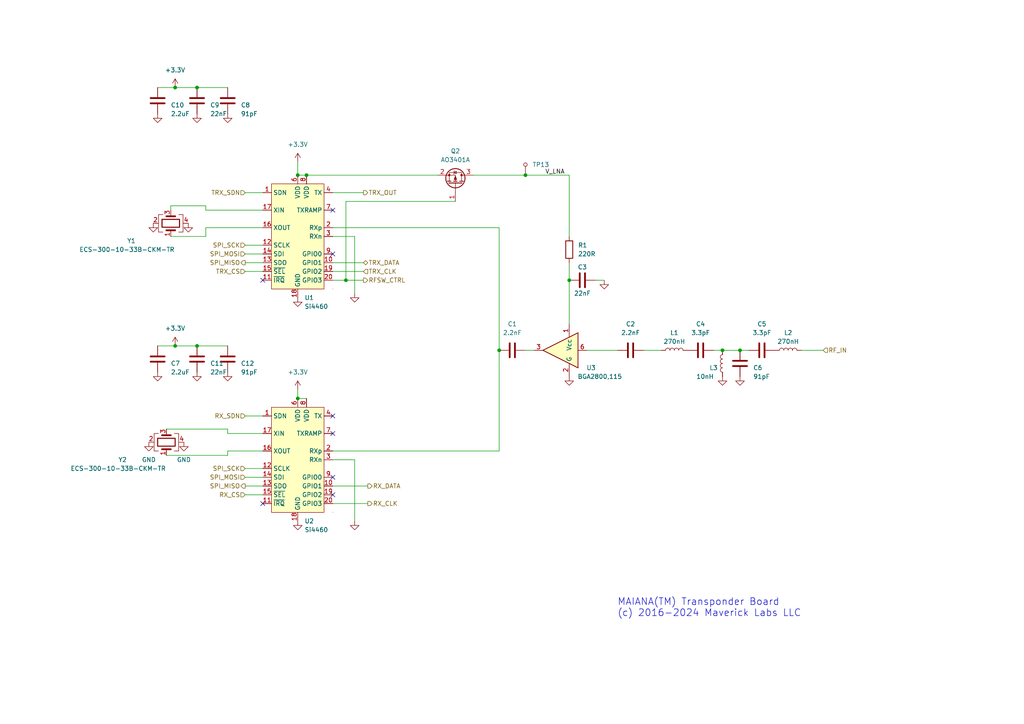
<source format=kicad_sch>
(kicad_sch (version 20230121) (generator eeschema)
  (paper "A4")
  (title_block (title "Receiver Chain") (date "2024-01-25") (rev "11.9.0"))
  (lib_symbols
    (symbol "Device:C" (pin_numbers hide) (pin_names (offset 0.254))
      (property "Reference" "C" (at 0.635 2.54 0))
      (property "Value" "C" (at 0.635 -2.54 0))
      (symbol "C_0_1"
        (polyline (pts (xy -2.032 -0.762) (xy 2.032 -0.762)) (stroke (width 0.508)))
        (polyline (pts (xy -2.032 0.762) (xy 2.032 0.762)) (stroke (width 0.508)))
      )
      (symbol "C_1_1"
        (pin passive line (at 0 3.81 270) (length 2.794) (name "~") (number "1"))
        (pin passive line (at 0 -3.81 90) (length 2.794) (name "~") (number "2"))
      )
    )
    (symbol "Device:Crystal_GND24" (pin_names (offset 1.016) hide)
      (property "Reference" "Y" (at 3.175 5.08 0))
      (property "Value" "Crystal_GND24" (at 3.175 3.175 0))
      (symbol "Crystal_GND24_0_1"
        (rectangle (start -1.143 2.54) (end 1.143 -2.54) (stroke (width 0.3048)))
        (polyline (pts (xy -2.54 0) (xy -2.032 0)))
        (polyline (pts (xy -2.032 -1.27) (xy -2.032 1.27)) (stroke (width 0.508)))
        (polyline (pts (xy 0 -3.81) (xy 0 -3.556)))
        (polyline (pts (xy 0 3.556) (xy 0 3.81)))
        (polyline (pts (xy 2.032 -1.27) (xy 2.032 1.27)) (stroke (width 0.508)))
        (polyline (pts (xy 2.032 0) (xy 2.54 0)))
        (polyline (pts (xy -2.54 -2.286) (xy -2.54 -3.556) (xy 2.54 -3.556) (xy 2.54 -2.286)))
        (polyline (pts (xy -2.54 2.286) (xy -2.54 3.556) (xy 2.54 3.556) (xy 2.54 2.286)))
      )
      (symbol "Crystal_GND24_1_1"
        (pin passive line (at -3.81 0 0) (length 1.27) (name "1") (number "1"))
        (pin passive line (at 0 5.08 270) (length 1.27) (name "2") (number "2"))
        (pin passive line (at 3.81 0 180) (length 1.27) (name "3") (number "3"))
        (pin passive line (at 0 -5.08 90) (length 1.27) (name "4") (number "4"))
      )
    )
    (symbol "Device:L" (pin_numbers hide) (pin_names (offset 1.016) hide)
      (property "Reference" "L" (at -1.27 0 90))
      (property "Value" "L" (at 1.905 0 90))
      (symbol "L_0_1"
        (arc (start 0 -2.54) (mid 0.6323 -1.905) (end 0 -1.27))
        (arc (start 0 -1.27) (mid 0.6323 -0.635) (end 0 0))
        (arc (start 0 0) (mid 0.6323 0.635) (end 0 1.27))
        (arc (start 0 1.27) (mid 0.6323 1.905) (end 0 2.54))
      )
      (symbol "L_1_1"
        (pin passive line (at 0 3.81 270) (length 1.27) (name "1") (number "1"))
        (pin passive line (at 0 -3.81 90) (length 1.27) (name "2") (number "2"))
      )
    )
    (symbol "Device:R" (pin_numbers hide) (pin_names (offset 0))
      (property "Reference" "R" (at 2.032 0 90))
      (property "Value" "R" (at 0 0 90))
      (symbol "R_0_1"
        (rectangle (start -1.016 -2.54) (end 1.016 2.54) (stroke (width 0.254)))
      )
      (symbol "R_1_1"
        (pin passive line (at 0 3.81 270) (length 1.27) (name "~") (number "1"))
        (pin passive line (at 0 -3.81 90) (length 1.27) (name "~") (number "2"))
      )
    )
    (symbol "RF:Si4460"
      (property "Reference" "U" (at -6.35 16.51 0))
      (property "Value" "Si4460" (at 6.35 16.51 0))
      (symbol "Si4460_0_1"
        (rectangle (start -7.62 15.24) (end 7.62 -15.24) (fill (type background)))
        (rectangle (start 10.16 -15.24) (end 10.16 -15.24))
      )
      (symbol "Si4460_1_1"
        (pin input line (at -10.16 12.7 0) (length 2.54) (name "SDN") (number "1"))
        (pin bidirectional line (at 10.16 -7.62 180) (length 2.54) (name "GPIO1") (number "10"))
        (pin open_collector line (at -10.16 -12.7 0) (length 2.54) (name "~{IRQ}") (number "11"))
        (pin input line (at -10.16 -2.54 0) (length 2.54) (name "SCLK") (number "12"))
        (pin output line (at -10.16 -7.62 0) (length 2.54) (name "SDO") (number "13"))
        (pin input line (at -10.16 -5.08 0) (length 2.54) (name "SDI") (number "14"))
        (pin input line (at -10.16 -10.16 0) (length 2.54) (name "~{SEL}") (number "15"))
        (pin passive line (at -10.16 2.54 0) (length 2.54) (name "XOUT") (number "16"))
        (pin input line (at -10.16 7.62 0) (length 2.54) (name "XIN") (number "17"))
        (pin power_in line (at 0 -17.78 90) (length 2.54) (name "GND") (number "18"))
        (pin bidirectional line (at 10.16 -10.16 180) (length 2.54) (name "GPIO2") (number "19"))
        (pin input line (at 10.16 2.54 180) (length 2.54) (name "RXp") (number "2"))
        (pin bidirectional line (at 10.16 -12.7 180) (length 2.54) (name "GPIO3") (number "20"))
        (pin passive line (at 0 -17.78 90) (length 2.54) hide (name "GND") (number "21"))
        (pin input line (at 10.16 0 180) (length 2.54) (name "RXn") (number "3"))
        (pin output line (at 10.16 12.7 180) (length 2.54) (name "TX") (number "4"))
        (pin no_connect line (at 7.62 -15.24 180) (length 2.54) hide (name "NC") (number "5"))
        (pin power_in line (at 0 17.78 270) (length 2.54) (name "VDD") (number "6"))
        (pin output line (at 10.16 7.62 180) (length 2.54) (name "TXRAMP") (number "7"))
        (pin power_in line (at 2.54 17.78 270) (length 2.54) (name "VDD") (number "8"))
        (pin bidirectional line (at 10.16 -5.08 180) (length 2.54) (name "GPIO0") (number "9"))
      )
    )
    (symbol "RF_Amplifier:BGA2800"
      (property "Reference" "U" (at 2.54 6.35 0))
      (property "Value" "BGA2800" (at 3.81 3.81 0))
      (symbol "BGA2800_0_1"
        (polyline (pts (xy 5.08 0) (xy -5.08 5.08) (xy -5.08 -5.08) (xy 5.08 0)) (stroke (width 0.254)) (fill (type background)))
      )
      (symbol "BGA2800_1_1"
        (pin power_in line (at -2.54 7.62 270) (length 3.81) (name "Vcc") (number "1"))
        (pin power_in line (at -2.54 -7.62 90) (length 3.81) (name "G") (number "2"))
        (pin output line (at 7.62 0 180) (length 2.54) (name "~") (number "3"))
        (pin passive line (at -2.54 -7.62 90) (length 3.81) hide (name "G") (number "4"))
        (pin passive line (at -2.54 -7.62 90) (length 3.81) hide (name "G") (number "5"))
        (pin input line (at -7.62 0 0) (length 2.54) (name "~") (number "6"))
      )
    )
    (symbol "TestPads:TestPad-D1.2mm"
      (property "Reference" "TP" (at 1.27 4.826 0))
      (symbol "TestPad-D1.2mm_0_1"
        (circle (center 0 3.048) (radius 0.508))
      )
      (symbol "TestPad-D1.2mm_1_1"
        (pin passive line (at 0 0 90) (length 2.54) (name "P") (number "1"))
      )
    )
    (symbol "Transistor_FET:AO3401A" (pin_names hide)
      (property "Reference" "Q" (at 5.08 1.905 0))
      (property "Value" "AO3401A" (at 5.08 0 0))
      (symbol "AO3401A_0_1"
        (polyline (pts (xy 0.254 0) (xy -2.54 0)))
        (polyline (pts (xy 0.254 1.905) (xy 0.254 -1.905)) (stroke (width 0.254)))
        (polyline (pts (xy 0.762 -1.27) (xy 0.762 -2.286)) (stroke (width 0.254)))
        (polyline (pts (xy 0.762 0.508) (xy 0.762 -0.508)) (stroke (width 0.254)))
        (polyline (pts (xy 0.762 2.286) (xy 0.762 1.27)) (stroke (width 0.254)))
        (polyline (pts (xy 2.54 2.54) (xy 2.54 1.778)))
        (polyline (pts (xy 2.54 -2.54) (xy 2.54 0) (xy 0.762 0)))
        (polyline (pts (xy 0.762 1.778) (xy 3.302 1.778) (xy 3.302 -1.778) (xy 0.762 -1.778)))
        (polyline (pts (xy 2.286 0) (xy 1.27 0.381) (xy 1.27 -0.381) (xy 2.286 0)) (fill (type outline)))
        (polyline (pts (xy 2.794 -0.508) (xy 2.921 -0.381) (xy 3.683 -0.381) (xy 3.81 -0.254)))
        (polyline (pts (xy 3.302 -0.381) (xy 2.921 0.254) (xy 3.683 0.254) (xy 3.302 -0.381)))
        (circle (center 1.651 0) (radius 2.794) (stroke (width 0.254)))
        (circle (center 2.54 -1.778) (radius 0.254) (fill (type outline)))
        (circle (center 2.54 1.778) (radius 0.254) (fill (type outline)))
      )
      (symbol "AO3401A_1_1"
        (pin input line (at -5.08 0 0) (length 2.54) (name "G") (number "1"))
        (pin passive line (at 2.54 -5.08 90) (length 2.54) (name "S") (number "2"))
        (pin passive line (at 2.54 5.08 270) (length 2.54) (name "D") (number "3"))
      )
    )
    (symbol "power:+3.3V" (power) (pin_names (offset 0))
      (property "Value" "+3.3V" (at 0 3.556 0))
      (symbol "+3.3V_0_1"
        (polyline (pts (xy -0.762 1.27) (xy 0 2.54)))
        (polyline (pts (xy 0 0) (xy 0 2.54)))
        (polyline (pts (xy 0 2.54) (xy 0.762 1.27)))
      )
      (symbol "+3.3V_1_1"
        (pin power_in line (at 0 0 90) (length 0) hide (name "+3.3V") (number "1"))
      )
    )
    (symbol "power:GND" (power) (pin_names (offset 0))
      (property "Value" "GND" (at 0 -3.81 0))
      (symbol "GND_0_1"
        (polyline (pts (xy 0 0) (xy 0 -1.27) (xy 1.27 -1.27) (xy 0 -2.54) (xy -1.27 -1.27) (xy 0 -1.27)))
      )
      (symbol "GND_1_1"
        (pin power_in line (at 0 0 270) (length 0) hide (name "GND") (number "1"))
      )
    )
  )
  (junction (at 50.8 100.33))
  (junction (at 88.9 50.8))
  (junction (at 152.4 50.8))
  (junction (at 165.1 81.28))
  (junction (at 209.55 101.6))
  (junction (at 86.36 115.57))
  (junction (at 214.63 101.6))
  (junction (at 57.15 100.33))
  (junction (at 57.15 25.4))
  (junction (at 100.33 81.28))
  (junction (at 50.8 25.4))
  (junction (at 86.36 50.8))
  (junction (at 144.78 101.6))
  (no_connect (at 96.52 120.65))
  (no_connect (at 96.52 143.51))
  (no_connect (at 76.2 81.28))
  (no_connect (at 96.52 125.73))
  (no_connect (at 96.52 73.66))
  (no_connect (at 96.52 60.96))
  (no_connect (at 96.52 138.43))
  (no_connect (at 76.2 146.05))
  (wire (pts (xy 100.33 81.28) (xy 105.41 81.28)))
  (wire (pts (xy 165.1 50.8) (xy 165.1 68.58)))
  (wire (pts (xy 102.87 133.35) (xy 102.87 151.13)))
  (wire (pts (xy 102.87 68.58) (xy 102.87 85.09)))
  (wire (pts (xy 88.9 50.8) (xy 127 50.8)))
  (wire (pts (xy 66.04 124.46) (xy 66.04 125.73)))
  (wire (pts (xy 86.36 50.8) (xy 88.9 50.8)))
  (wire (pts (xy 71.12 135.89) (xy 76.2 135.89)))
  (wire (pts (xy 144.78 66.04) (xy 144.78 101.6)))
  (wire (pts (xy 137.16 50.8) (xy 152.4 50.8)))
  (wire (pts (xy 214.63 101.6) (xy 217.17 101.6)))
  (wire (pts (xy 96.52 76.2) (xy 105.41 76.2)))
  (wire (pts (xy 96.52 66.04) (xy 144.78 66.04)))
  (wire (pts (xy 71.12 140.97) (xy 76.2 140.97)))
  (wire (pts (xy 71.12 120.65) (xy 76.2 120.65)))
  (wire (pts (xy 86.36 46.99) (xy 86.36 50.8)))
  (wire (pts (xy 66.04 130.81) (xy 76.2 130.81)))
  (wire (pts (xy 207.01 101.6) (xy 209.55 101.6)))
  (wire (pts (xy 186.69 101.6) (xy 191.77 101.6)))
  (wire (pts (xy 144.78 101.6) (xy 144.78 130.81)))
  (wire (pts (xy 96.52 68.58) (xy 102.87 68.58)))
  (wire (pts (xy 165.1 81.28) (xy 165.1 93.98)))
  (wire (pts (xy 71.12 138.43) (xy 76.2 138.43)))
  (wire (pts (xy 232.41 101.6) (xy 238.76 101.6)))
  (wire (pts (xy 59.69 66.04) (xy 76.2 66.04)))
  (wire (pts (xy 71.12 55.88) (xy 76.2 55.88)))
  (wire (pts (xy 45.72 25.4) (xy 50.8 25.4)))
  (wire (pts (xy 86.36 115.57) (xy 88.9 115.57)))
  (wire (pts (xy 71.12 78.74) (xy 76.2 78.74)))
  (wire (pts (xy 49.53 59.69) (xy 59.69 59.69)))
  (wire (pts (xy 132.08 58.42) (xy 100.33 58.42)))
  (wire (pts (xy 152.4 50.8) (xy 165.1 50.8)))
  (wire (pts (xy 172.72 81.28) (xy 175.26 81.28)))
  (wire (pts (xy 50.8 100.33) (xy 57.15 100.33)))
  (wire (pts (xy 57.15 25.4) (xy 66.04 25.4)))
  (wire (pts (xy 71.12 71.12) (xy 76.2 71.12)))
  (wire (pts (xy 57.15 100.33) (xy 66.04 100.33)))
  (wire (pts (xy 86.36 113.03) (xy 86.36 115.57)))
  (wire (pts (xy 96.52 146.05) (xy 106.68 146.05)))
  (wire (pts (xy 48.26 132.08) (xy 66.04 132.08)))
  (wire (pts (xy 59.69 60.96) (xy 76.2 60.96)))
  (wire (pts (xy 96.52 81.28) (xy 100.33 81.28)))
  (wire (pts (xy 59.69 66.04) (xy 59.69 68.58)))
  (wire (pts (xy 66.04 132.08) (xy 66.04 130.81)))
  (wire (pts (xy 66.04 125.73) (xy 76.2 125.73)))
  (wire (pts (xy 96.52 55.88) (xy 105.41 55.88)))
  (wire (pts (xy 100.33 58.42) (xy 100.33 81.28)))
  (wire (pts (xy 49.53 68.58) (xy 59.69 68.58)))
  (wire (pts (xy 71.12 76.2) (xy 76.2 76.2)))
  (wire (pts (xy 59.69 59.69) (xy 59.69 60.96)))
  (wire (pts (xy 152.4 101.6) (xy 154.94 101.6)))
  (wire (pts (xy 71.12 73.66) (xy 76.2 73.66)))
  (wire (pts (xy 209.55 101.6) (xy 214.63 101.6)))
  (wire (pts (xy 48.26 124.46) (xy 66.04 124.46)))
  (wire (pts (xy 96.52 78.74) (xy 105.41 78.74)))
  (wire (pts (xy 71.12 143.51) (xy 76.2 143.51)))
  (wire (pts (xy 49.53 60.96) (xy 49.53 59.69)))
  (wire (pts (xy 96.52 133.35) (xy 102.87 133.35)))
  (wire (pts (xy 96.52 140.97) (xy 106.68 140.97)))
  (wire (pts (xy 170.18 101.6) (xy 179.07 101.6)))
  (wire (pts (xy 165.1 76.2) (xy 165.1 81.28)))
  (wire (pts (xy 50.8 25.4) (xy 57.15 25.4)))
  (wire (pts (xy 45.72 100.33) (xy 50.8 100.33)))
  (wire (pts (xy 144.78 130.81) (xy 96.52 130.81)))
  (text "MAIANA(TM) Transponder Board\n(c) 2016-2024 Maverick Labs LLC" (at 179.07 179.07 0) (effects (font (size 2 2)) (justify left bottom)))
  (label "V_LNA" (at 158.115 50.8 0))
  (hierarchical_label "RX_CS" (shape input) (at 71.12 143.51 180))
  (hierarchical_label "SPI_MISO" (shape output) (at 71.12 76.2 180))
  (hierarchical_label "TRX_OUT" (shape output) (at 105.41 55.88 0))
  (hierarchical_label "SPI_MISO" (shape output) (at 71.12 140.97 180))
  (hierarchical_label "SPI_MOSI" (shape input) (at 71.12 73.66 180))
  (hierarchical_label "TRX_CS" (shape input) (at 71.12 78.74 180))
  (hierarchical_label "RFSW_CTRL" (shape output) (at 105.41 81.28 0))
  (hierarchical_label "TRX_CLK" (shape input) (at 105.41 78.74 0))
  (hierarchical_label "RF_IN" (shape input) (at 238.76 101.6 0))
  (hierarchical_label "SPI_SCK" (shape input) (at 71.12 71.12 180))
  (hierarchical_label "SPI_MOSI" (shape input) (at 71.12 138.43 180))
  (hierarchical_label "TRX_SDN" (shape input) (at 71.12 55.88 180))
  (hierarchical_label "SPI_SCK" (shape input) (at 71.12 135.89 180))
  (hierarchical_label "RX_SDN" (shape input) (at 71.12 120.65 180))
  (hierarchical_label "RX_CLK" (shape output) (at 106.68 146.05 0))
  (hierarchical_label "RX_DATA" (shape output) (at 106.68 140.97 0))
  (hierarchical_label "TRX_DATA" (shape bidirectional) (at 105.41 76.2 0))
  (symbol (lib_id "power:GND") (at 66.04 33.02 0) (unit 1)
    (property "Reference" "#PWR019" (effects hide))
    (property "Value" "GND" (effects hide))
  )
  (symbol (lib_id "power:GND") (at 66.04 107.95 0) (unit 1)
    (property "Reference" "#PWR022" (effects hide))
    (property "Value" "GND" (effects hide))
  )
  (symbol (lib_id "RF:Si4460") (at 86.36 68.58 0) (unit 1)
    (property "Reference" "U1" (at 88.3159 86.36 0) (effects (justify left)))
    (property "Value" "Si4460" (at 88.3159 88.9 0) (effects (justify left)))
    (property "Footprint" "Package_DFN_QFN:QFN-20-1EP_4x4mm_P0.5mm_EP2.6x2.6mm_ThermalVias" (effects hide))
    (property "Datasheet" "https://www.silabs.com/documents/public/data-sheets/Si4464-63-61-60.pdf" (effects hide))
  )
  (symbol (lib_id "power:GND") (at 102.87 85.09 0) (unit 1)
    (property "Reference" "#PWR08" (effects hide))
    (property "Value" "GND" (effects hide))
  )
  (symbol (lib_id "power:GND") (at 57.15 107.95 0) (unit 1)
    (property "Reference" "#PWR021" (effects hide))
    (property "Value" "GND" (effects hide))
  )
  (symbol (lib_id "power:GND") (at 102.87 151.13 0) (unit 1)
    (property "Reference" "#PWR07" (effects hide))
    (property "Value" "GND" (effects hide))
  )
  (symbol (lib_id "power:GND") (at 86.36 151.13 0) (unit 1)
    (property "Reference" "#PWR02" (effects hide))
    (property "Value" "GND" (effects hide))
  )
  (symbol (lib_id "Device:C") (at 45.72 29.21 180) (unit 1)
    (property "Reference" "C10" (at 49.53 30.48 0) (effects (justify right)))
    (property "Value" "2.2uF" (at 49.53 33.02 0) (effects (justify right)))
    (property "Footprint" "Capacitor_SMD:C_0603_1608Metric" (effects hide))
  )
  (symbol (lib_id "power:GND") (at 54.61 64.77 0) (unit 1)
    (property "Reference" "#PWR06" (effects hide))
    (property "Value" "GND" (effects hide))
  )
  (symbol (lib_id "power:GND") (at 45.72 33.02 0) (unit 1)
    (property "Reference" "#PWR017" (effects hide))
    (property "Value" "GND" (effects hide))
  )
  (symbol (lib_id "Device:C") (at 57.15 104.14 180) (unit 1)
    (property "Reference" "C11" (at 60.96 105.41 0) (effects (justify right)))
    (property "Value" "22nF" (at 60.96 107.95 0) (effects (justify right)))
    (property "Footprint" "Capacitor_SMD:C_0603_1608Metric" (effects hide))
  )
  (symbol (lib_id "power:GND") (at 57.15 33.02 0) (unit 1)
    (property "Reference" "#PWR018" (effects hide))
    (property "Value" "GND" (effects hide))
  )
  (symbol (lib_id "Transistor_FET:AO3401A") (at 132.08 53.34 270) (mirror x) (unit 1)
    (property "Reference" "Q2" (at 132.08 43.815 90))
    (property "Value" "AO3401A" (at 132.08 46.355 90))
    (property "Footprint" "Package_TO_SOT_SMD:SOT-23" (effects hide))
    (property "Datasheet" "http://www.aosmd.com/pdfs/datasheet/AO3401A.pdf" (effects hide))
    (instances (project "transponder-11.9.0" (path "" (reference "Q2") (unit 1)) (path "" (reference "Q7") (unit 1))))
  )
  (symbol (lib_id "power:+3.3V") (at 86.36 46.99 0) (unit 1)
    (property "Reference" "#PWR013" (effects hide))
    (property "Value" "+3.3V" (at 86.36 41.91 0))
  )
  (symbol (lib_id "Device:L") (at 195.58 101.6 90) (unit 1)
    (property "Reference" "L1" (at 195.58 96.52 90))
    (property "Value" "270nH" (at 195.58 99.06 90))
    (property "Footprint" "Inductor_SMD:L_0603_1608Metric" (effects hide))
  )
  (symbol (lib_id "power:GND") (at 53.34 128.27 0) (unit 1)
    (property "Reference" "#PWR03" (effects hide))
    (property "Value" "GND" (at 53.34 133.35 0))
  )
  (symbol (lib_id "Device:C") (at 168.91 81.28 90) (unit 1)
    (property "Reference" "C3" (at 168.91 77.47 90))
    (property "Value" "22nF" (at 168.91 85.09 90))
    (property "Footprint" "Capacitor_SMD:C_0603_1608Metric" (effects hide))
  )
  (symbol (lib_id "RF_Amplifier:BGA2800") (at 162.56 101.6 0) (mirror y) (unit 1)
    (property "Reference" "U3" (at 171.45 106.68 0))
    (property "Value" "BGA2800,115" (at 173.99 109.22 0))
    (property "Footprint" "Package_TO_SOT_SMD:SOT-363_SC-70-6" (effects hide))
    (property "Datasheet" "https://www.nxp.com/docs/en/data-sheet/BGA2800.pdf" (effects hide))
  )
  (symbol (lib_id "Device:L") (at 209.55 105.41 180) (unit 1)
    (property "Reference" "L3" (at 205.74 106.68 0) (effects (justify right)))
    (property "Value" "10nH" (at 201.93 109.22 0) (effects (justify right)))
    (property "Footprint" "Inductor_SMD:L_0603_1608Metric" (effects hide))
  )
  (symbol (lib_id "power:GND") (at 214.63 109.22 0) (unit 1)
    (property "Reference" "#PWR012" (effects hide))
    (property "Value" "GND" (effects hide))
  )
  (symbol (lib_id "Device:C") (at 220.98 101.6 90) (unit 1)
    (property "Reference" "C5" (at 220.98 93.98 90))
    (property "Value" "3.3pF" (at 220.98 96.52 90))
    (property "Footprint" "Capacitor_SMD:C_0603_1608Metric" (effects hide))
  )
  (symbol (lib_id "power:GND") (at 175.26 81.28 0) (unit 1)
    (property "Reference" "#PWR010" (effects hide))
    (property "Value" "GND" (effects hide))
  )
  (symbol (lib_id "Device:L") (at 228.6 101.6 90) (unit 1)
    (property "Reference" "L2" (at 228.6 96.52 90))
    (property "Value" "270nH" (at 228.6 99.06 90))
    (property "Footprint" "Inductor_SMD:L_0603_1608Metric" (effects hide))
  )
  (symbol (lib_id "Device:R") (at 165.1 72.39 0) (unit 1)
    (property "Reference" "R1" (at 167.64 71.12 0) (effects (justify left)))
    (property "Value" "220R" (at 167.64 73.66 0) (effects (justify left)))
    (property "Footprint" "Resistor_SMD:R_0603_1608Metric" (effects hide))
  )
  (symbol (lib_id "power:GND") (at 45.72 107.95 0) (unit 1)
    (property "Reference" "#PWR015" (effects hide))
    (property "Value" "GND" (effects hide))
  )
  (symbol (lib_id "power:GND") (at 209.55 109.22 0) (unit 1)
    (property "Reference" "#PWR011" (effects hide))
    (property "Value" "GND" (effects hide))
  )
  (symbol (lib_id "Device:Crystal_GND24") (at 48.26 128.27 90) (unit 1)
    (property "Reference" "Y2" (at 35.56 133.35 90))
    (property "Value" "ECS-300-10-33B-CKM-TR" (at 34.29 135.89 90))
    (property "Footprint" "Crystal:Crystal_SMD_3225-4Pin_3.2x2.5mm" (effects hide))
  )
  (symbol (lib_id "Device:C") (at 45.72 104.14 180) (unit 1)
    (property "Reference" "C7" (at 49.53 105.41 0) (effects (justify right)))
    (property "Value" "2.2uF" (at 49.53 107.95 0) (effects (justify right)))
    (property "Footprint" "Capacitor_SMD:C_0603_1608Metric" (effects hide))
  )
  (symbol (lib_id "Device:C") (at 57.15 29.21 180) (unit 1)
    (property "Reference" "C9" (at 60.96 30.48 0) (effects (justify right)))
    (property "Value" "22nF" (at 60.96 33.02 0) (effects (justify right)))
    (property "Footprint" "Capacitor_SMD:C_0603_1608Metric" (effects hide))
  )
  (symbol (lib_id "Device:C") (at 203.2 101.6 270) (unit 1)
    (property "Reference" "C4" (at 203.2 93.98 90))
    (property "Value" "3.3pF" (at 203.2 96.52 90))
    (property "Footprint" "Capacitor_SMD:C_0603_1608Metric" (effects hide))
  )
  (symbol (lib_id "RF:Si4460") (at 86.36 133.35 0) (unit 1)
    (property "Reference" "U2" (at 88.3159 151.13 0) (effects (justify left)))
    (property "Value" "Si4460" (at 88.3159 153.67 0) (effects (justify left)))
    (property "Footprint" "Package_DFN_QFN:QFN-20-1EP_4x4mm_P0.5mm_EP2.6x2.6mm_ThermalVias" (effects hide))
    (property "Datasheet" "https://www.silabs.com/documents/public/data-sheets/Si4464-63-61-60.pdf" (effects hide))
  )
  (symbol (lib_id "power:GND") (at 43.18 128.27 0) (unit 1)
    (property "Reference" "#PWR04" (effects hide))
    (property "Value" "GND" (at 43.18 133.35 0))
  )
  (symbol (lib_id "power:+3.3V") (at 50.8 25.4 0) (unit 1)
    (property "Reference" "#PWR016" (effects hide))
    (property "Value" "+3.3V" (at 50.8 20.32 0))
  )
  (symbol (lib_id "Device:C") (at 66.04 29.21 180) (unit 1)
    (property "Reference" "C8" (at 69.85 30.48 0) (effects (justify right)))
    (property "Value" "91pF" (at 69.85 33.02 0) (effects (justify right)))
    (property "Footprint" "Capacitor_SMD:C_0603_1608Metric" (effects hide))
  )
  (symbol (lib_id "Device:C") (at 66.04 104.14 180) (unit 1)
    (property "Reference" "C12" (at 69.85 105.41 0) (effects (justify right)))
    (property "Value" "91pF" (at 69.85 107.95 0) (effects (justify right)))
    (property "Footprint" "Capacitor_SMD:C_0603_1608Metric" (effects hide))
  )
  (symbol (lib_id "Device:C") (at 214.63 105.41 180) (unit 1)
    (property "Reference" "C6" (at 218.44 106.68 0) (effects (justify right)))
    (property "Value" "91pF" (at 218.44 109.22 0) (effects (justify right)))
    (property "Footprint" "Capacitor_SMD:C_0603_1608Metric" (effects hide))
  )
  (symbol (lib_id "Device:C") (at 148.59 101.6 90) (unit 1)
    (property "Reference" "C1" (at 148.59 93.98 90))
    (property "Value" "2.2nF" (at 148.59 96.52 90))
    (property "Footprint" "Capacitor_SMD:C_0603_1608Metric" (effects hide))
  )
  (symbol (lib_id "power:GND") (at 44.45 64.77 0) (unit 1)
    (property "Reference" "#PWR05" (effects hide))
    (property "Value" "GND" (effects hide))
  )
  (symbol (lib_id "power:+3.3V") (at 50.8 100.33 0) (unit 1)
    (property "Reference" "#PWR020" (effects hide))
    (property "Value" "+3.3V" (at 50.8 95.25 0))
  )
  (symbol (lib_id "power:GND") (at 165.1 109.22 0) (unit 1)
    (property "Reference" "#PWR09" (effects hide))
    (property "Value" "GND" (effects hide))
  )
  (symbol (lib_id "TestPads:TestPad-D1.2mm") (at 152.4 50.8 0) (unit 1)
    (property "Reference" "TP13" (at 154.432 47.752 0) (effects (justify left)))
    (property "Value" "~" (at 152.4 50.8 0))
    (property "Footprint" "TestPads:TP_1.2MM" (effects hide))
  )
  (symbol (lib_id "power:+3.3V") (at 86.36 113.03 0) (unit 1)
    (property "Reference" "#PWR014" (effects hide))
    (property "Value" "+3.3V" (at 86.36 107.95 0))
  )
  (symbol (lib_id "Device:C") (at 182.88 101.6 90) (unit 1)
    (property "Reference" "C2" (at 182.88 93.98 90))
    (property "Value" "2.2nF" (at 182.88 96.52 90))
    (property "Footprint" "Capacitor_SMD:C_0603_1608Metric" (effects hide))
  )
  (symbol (lib_id "power:GND") (at 86.36 86.36 0) (unit 1)
    (property "Reference" "#PWR01" (effects hide))
    (property "Value" "GND" (effects hide))
  )
  (symbol (lib_id "Device:Crystal_GND24") (at 49.53 64.77 90) (unit 1)
    (property "Reference" "Y1" (at 38.1 69.85 90))
    (property "Value" "ECS-300-10-33B-CKM-TR" (at 36.83 72.39 90))
    (property "Footprint" "Crystal:Crystal_SMD_3225-4Pin_3.2x2.5mm" (effects hide))
  )
)
</source>
